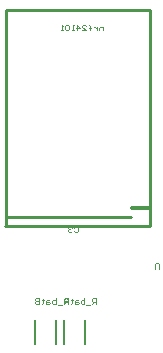
<source format=gbr>
%TF.GenerationSoftware,Altium Limited,Altium Designer,22.2.1 (43)*%
G04 Layer_Color=32896*
%FSLAX45Y45*%
%MOMM*%
%TF.SameCoordinates,D68F7B63-5BB6-472D-936E-BE577255EEBD*%
%TF.FilePolarity,Positive*%
%TF.FileFunction,Legend,Bot*%
%TF.Part,Single*%
G01*
G75*
%TA.AperFunction,NonConductor*%
%ADD28C,0.12700*%
%ADD29C,0.25400*%
%ADD30C,0.10000*%
D28*
X8445602Y6288100D02*
Y6488100D01*
X8267598Y6288100D02*
Y6488100D01*
X8686902Y6288100D02*
Y6488100D01*
X8508898Y6288100D02*
Y6488100D01*
D29*
X8015122Y9115598D02*
X9240520D01*
Y7289800D02*
Y9115598D01*
X8826500Y7366000D02*
X8953500D01*
X8953520D02*
X9080520D01*
Y7442200D02*
X9240520D01*
X8699500Y7366000D02*
X8826500D01*
X8572500D02*
X8699500D01*
X8445500D02*
X8572500D01*
X8318500D02*
X8445500D01*
X8191500D02*
X8318500D01*
X8015122Y7290201D02*
Y9115598D01*
X9081191Y7442601D02*
X9241191D01*
X8031500Y7366000D02*
X8191500D01*
X8013700Y7289800D02*
X9240520D01*
D30*
X9278620Y6919776D02*
Y6961429D01*
X9286951Y6969760D01*
X9303612D01*
X9311943Y6961429D01*
Y6919776D01*
X8542020Y6629400D02*
Y6679384D01*
X8517028D01*
X8508697Y6671053D01*
Y6654392D01*
X8517028Y6646061D01*
X8542020D01*
X8525359D02*
X8508697Y6629400D01*
X8492036Y6621069D02*
X8458714D01*
X8442053Y6679384D02*
Y6629400D01*
X8417061D01*
X8408730Y6637731D01*
Y6646061D01*
Y6654392D01*
X8417061Y6662723D01*
X8442053D01*
X8383738D02*
X8367077D01*
X8358747Y6654392D01*
Y6629400D01*
X8383738D01*
X8392069Y6637731D01*
X8383738Y6646061D01*
X8358747D01*
X8333755Y6671053D02*
Y6662723D01*
X8342085D01*
X8325424D01*
X8333755D01*
Y6637731D01*
X8325424Y6629400D01*
X8300432Y6679384D02*
Y6629400D01*
X8275440D01*
X8267110Y6637731D01*
Y6646061D01*
X8275440Y6654392D01*
X8300432D01*
X8275440D01*
X8267110Y6662723D01*
Y6671053D01*
X8275440Y6679384D01*
X8300432D01*
X8783320Y6629400D02*
Y6679384D01*
X8758328D01*
X8749997Y6671053D01*
Y6654392D01*
X8758328Y6646061D01*
X8783320D01*
X8766659D02*
X8749997Y6629400D01*
X8733336Y6621069D02*
X8700014D01*
X8683353Y6679384D02*
Y6629400D01*
X8658361D01*
X8650030Y6637731D01*
Y6646061D01*
Y6654392D01*
X8658361Y6662723D01*
X8683353D01*
X8625038D02*
X8608377D01*
X8600047Y6654392D01*
Y6629400D01*
X8625038D01*
X8633369Y6637731D01*
X8625038Y6646061D01*
X8600047D01*
X8575055Y6671053D02*
Y6662723D01*
X8583385D01*
X8566724D01*
X8575055D01*
Y6637731D01*
X8566724Y6629400D01*
X8541732D02*
Y6662723D01*
X8525071Y6679384D01*
X8508410Y6662723D01*
Y6629400D01*
Y6654392D01*
X8541732D01*
X8836363Y8941208D02*
Y8974531D01*
X8811371D01*
X8803040Y8966200D01*
Y8941208D01*
X8786379Y8974531D02*
Y8941208D01*
Y8957869D01*
X8778048Y8966200D01*
X8769718Y8974531D01*
X8761387D01*
X8728065Y8941208D02*
Y8982861D01*
Y8966200D01*
X8736396D01*
X8719734D01*
X8728065D01*
Y8982861D01*
X8719734Y8991192D01*
X8661420Y8941208D02*
X8694742D01*
X8661420Y8974531D01*
Y8982861D01*
X8669751Y8991192D01*
X8686412D01*
X8694742Y8982861D01*
X8619767Y8941208D02*
Y8991192D01*
X8644759Y8966200D01*
X8611436D01*
X8594775Y8941208D02*
X8578114D01*
X8586444D01*
Y8991192D01*
X8594775D01*
X8553122Y8982861D02*
X8544791Y8991192D01*
X8528130D01*
X8519799Y8982861D01*
Y8949539D01*
X8528130Y8941208D01*
X8544791D01*
X8553122Y8949539D01*
Y8982861D01*
X8503138Y8941208D02*
X8486477D01*
X8494807D01*
Y8991192D01*
X8503138Y8982861D01*
X8595057Y7273033D02*
X8603388Y7281364D01*
X8620049D01*
X8628380Y7273033D01*
Y7239711D01*
X8620049Y7231380D01*
X8603388D01*
X8595057Y7239711D01*
X8578396Y7273033D02*
X8570066Y7281364D01*
X8553405D01*
X8545074Y7273033D01*
Y7264703D01*
X8553405Y7256372D01*
X8561735D01*
X8553405D01*
X8545074Y7248041D01*
Y7239711D01*
X8553405Y7231380D01*
X8570066D01*
X8578396Y7239711D01*
%TF.MD5,03df82b2904a00d64cbf44955d168868*%
M02*

</source>
